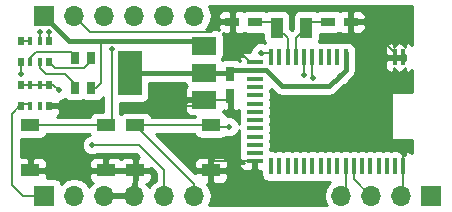
<source format=gtl>
G04 #@! TF.FileFunction,Copper,L1,Top,Signal*
%FSLAX46Y46*%
G04 Gerber Fmt 4.6, Leading zero omitted, Abs format (unit mm)*
G04 Created by KiCad (PCBNEW 4.0.7) date 06/20/18 00:36:37*
%MOMM*%
%LPD*%
G01*
G04 APERTURE LIST*
%ADD10C,0.100000*%
%ADD11R,1.200000X0.750000*%
%ADD12R,0.750000X1.200000*%
%ADD13R,0.800000X1.000000*%
%ADD14R,1.700000X1.700000*%
%ADD15O,1.700000X1.700000*%
%ADD16R,0.500000X0.800000*%
%ADD17R,0.400000X0.800000*%
%ADD18R,1.400000X0.400000*%
%ADD19R,0.400000X1.400000*%
%ADD20R,1.000000X1.800000*%
%ADD21R,1.600000X1.000000*%
%ADD22R,2.000000X3.800000*%
%ADD23R,2.000000X1.500000*%
%ADD24C,0.500000*%
%ADD25C,0.200000*%
%ADD26C,0.400000*%
%ADD27C,0.254000*%
G04 APERTURE END LIST*
D10*
D11*
X95189000Y-53848000D03*
X97089000Y-53848000D03*
X88961000Y-53848000D03*
X87061000Y-53848000D03*
D12*
X86868000Y-60132000D03*
X86868000Y-58232000D03*
D13*
X73722000Y-59416000D03*
X73722000Y-56916000D03*
X75122000Y-56916000D03*
X75122000Y-59416000D03*
D14*
X71120000Y-68580000D03*
D15*
X73660000Y-68580000D03*
X76200000Y-68580000D03*
X78740000Y-68580000D03*
X81280000Y-68580000D03*
X83820000Y-68580000D03*
D14*
X71120000Y-53340000D03*
D15*
X73660000Y-53340000D03*
X76200000Y-53340000D03*
X78740000Y-53340000D03*
X81280000Y-53340000D03*
X83820000Y-53340000D03*
D16*
X71558000Y-59171000D03*
D17*
X69958000Y-59171000D03*
X70758000Y-59171000D03*
D16*
X69158000Y-59171000D03*
D17*
X70758000Y-60971000D03*
D16*
X71558000Y-60971000D03*
D17*
X69958000Y-60971000D03*
D16*
X69158000Y-60971000D03*
X69158000Y-57288000D03*
D17*
X70758000Y-57288000D03*
X69958000Y-57288000D03*
D16*
X71558000Y-57288000D03*
D17*
X69958000Y-55488000D03*
D16*
X69158000Y-55488000D03*
D17*
X70758000Y-55488000D03*
D16*
X71558000Y-55488000D03*
D18*
X88936000Y-58668000D03*
D19*
X101536000Y-56868000D03*
X100836000Y-56868000D03*
X96636000Y-56868000D03*
X95936000Y-56868000D03*
X95236000Y-56868000D03*
X94536000Y-56868000D03*
X93836000Y-56868000D03*
X93136000Y-56868000D03*
X92436000Y-56868000D03*
X91736000Y-56868000D03*
X91036000Y-56868000D03*
X90336000Y-56868000D03*
D18*
X88936000Y-57268000D03*
X88936000Y-57968000D03*
X88936000Y-59368000D03*
X88936000Y-60068000D03*
X88936000Y-60768000D03*
X88936000Y-61468000D03*
X88936000Y-62168000D03*
X88936000Y-62868000D03*
X88936000Y-63568000D03*
X88936000Y-64268000D03*
X88936000Y-64968000D03*
X88936000Y-65668000D03*
D19*
X90336000Y-66068000D03*
X91036000Y-66068000D03*
X91736000Y-66068000D03*
X92436000Y-66068000D03*
X93136000Y-66068000D03*
X93836000Y-66068000D03*
X94536000Y-66068000D03*
X95236000Y-66068000D03*
X95936000Y-66068000D03*
X96636000Y-66068000D03*
X97336000Y-66068000D03*
X98036000Y-66068000D03*
X98736000Y-66068000D03*
X99436000Y-66068000D03*
X100136000Y-66068000D03*
X100836000Y-66068000D03*
X101536000Y-66068000D03*
D20*
X93325000Y-54356000D03*
X90825000Y-54356000D03*
D14*
X103886000Y-68580000D03*
D15*
X101346000Y-68580000D03*
X98806000Y-68580000D03*
X96266000Y-68580000D03*
D21*
X69952000Y-62616000D03*
X76352000Y-62616000D03*
X76352000Y-66416000D03*
X69952000Y-66416000D03*
X78842000Y-62616000D03*
X85242000Y-62616000D03*
X85242000Y-66416000D03*
X78842000Y-66416000D03*
D22*
X78384000Y-58166000D03*
D23*
X84684000Y-58166000D03*
X84684000Y-55866000D03*
X84684000Y-60466000D03*
D24*
X95504000Y-62484000D03*
X99463500Y-55095500D03*
X72898000Y-66416000D03*
X86804500Y-66421000D03*
X82486500Y-60960000D03*
X75755500Y-60960000D03*
X86868000Y-56832500D03*
X86868000Y-61468000D03*
X96139000Y-58420000D03*
X93840000Y-58596000D03*
X75184000Y-64262000D03*
X69151500Y-58229500D03*
X86741000Y-62738000D03*
X89433400Y-56464200D03*
X76835000Y-56134000D03*
X71551800Y-54724300D03*
X70751700Y-54724300D03*
X72370000Y-59636000D03*
X93140000Y-58326000D03*
D25*
X101536000Y-66468000D02*
X101536000Y-65151000D01*
X96266000Y-63246000D02*
X95504000Y-62484000D01*
X99631000Y-63246000D02*
X96266000Y-63246000D01*
X101536000Y-65151000D02*
X99631000Y-63246000D01*
X86804500Y-66421000D02*
X85242000Y-66421000D01*
X85242000Y-66421000D02*
X85242000Y-66416000D01*
X71558000Y-60971000D02*
X75755500Y-60971000D01*
X82486500Y-60960000D02*
X84684000Y-60960000D01*
X75755500Y-60971000D02*
X75755500Y-60960000D01*
X84684000Y-60960000D02*
X84684000Y-60466000D01*
X73660000Y-53340000D02*
X74993500Y-54673500D01*
X86106000Y-53848000D02*
X87061000Y-53848000D01*
X85280500Y-54673500D02*
X86106000Y-53848000D01*
X74993500Y-54673500D02*
X85280500Y-54673500D01*
X86868000Y-60132000D02*
X86868000Y-61468000D01*
X88119250Y-56832500D02*
X88119250Y-56851250D01*
X86868000Y-56832500D02*
X88119250Y-56832500D01*
X88536000Y-57268000D02*
X88119250Y-56851250D01*
X88119250Y-56851250D02*
X87061000Y-55793000D01*
X87061000Y-55793000D02*
X87061000Y-53848000D01*
X78740000Y-68580000D02*
X78740000Y-66416000D01*
X78740000Y-66416000D02*
X78842000Y-66416000D01*
X76352000Y-66416000D02*
X78842000Y-66416000D01*
X101536000Y-66468000D02*
X101536000Y-68834000D01*
X101536000Y-68834000D02*
X101346000Y-68834000D01*
X100836000Y-56468000D02*
X99463500Y-55095500D01*
X99463500Y-55095500D02*
X98216000Y-53848000D01*
X98216000Y-53848000D02*
X97089000Y-53848000D01*
X84430000Y-60466000D02*
X86868000Y-60466000D01*
X86868000Y-60466000D02*
X86868000Y-60132000D01*
X84734000Y-66416000D02*
X85516400Y-65633600D01*
X85516400Y-65633600D02*
X88536000Y-65633600D01*
X88536000Y-65633600D02*
X88536000Y-65668000D01*
X76200000Y-68580000D02*
X78740000Y-68580000D01*
X69444000Y-66416000D02*
X72898000Y-66416000D01*
X72898000Y-66416000D02*
X75844000Y-66416000D01*
X78334000Y-68580000D02*
X78740000Y-68580000D01*
D26*
X84430000Y-58166000D02*
X78130000Y-58166000D01*
X88536000Y-57968000D02*
X89662000Y-57968000D01*
X96647000Y-57912000D02*
X96647000Y-56468000D01*
X95250000Y-59309000D02*
X96139000Y-58420000D01*
X96139000Y-58420000D02*
X96647000Y-57912000D01*
X91257000Y-59309000D02*
X95250000Y-59309000D01*
X89916000Y-57968000D02*
X91257000Y-59309000D01*
X89662000Y-57968000D02*
X89916000Y-57968000D01*
X96647000Y-56468000D02*
X96636000Y-56468000D01*
X88536000Y-57968000D02*
X86868000Y-57968000D01*
X86868000Y-57968000D02*
X86868000Y-58232000D01*
X84430000Y-58166000D02*
X86868000Y-58166000D01*
X86868000Y-58166000D02*
X86868000Y-58232000D01*
D25*
X96636000Y-66468000D02*
X96636000Y-68834000D01*
X96636000Y-68834000D02*
X96266000Y-68834000D01*
X97336000Y-66468000D02*
X97336000Y-67183000D01*
X97336000Y-67183000D02*
X98733000Y-68580000D01*
X98733000Y-68580000D02*
X98806000Y-68580000D01*
X98806000Y-68780000D02*
X98806000Y-68834000D01*
X92436000Y-56468000D02*
X92436000Y-55245000D01*
X92436000Y-55245000D02*
X93325000Y-54356000D01*
X95189000Y-53848000D02*
X93325000Y-53848000D01*
X93325000Y-53848000D02*
X93325000Y-54356000D01*
X91736000Y-56468000D02*
X91736000Y-55245000D01*
X91736000Y-55245000D02*
X90847000Y-54356000D01*
X90847000Y-54356000D02*
X90825000Y-54356000D01*
X88961000Y-53848000D02*
X90825000Y-53848000D01*
X90825000Y-53848000D02*
X90825000Y-54356000D01*
X75946000Y-55435500D02*
X75946000Y-58991500D01*
X75946000Y-58991500D02*
X75521500Y-59416000D01*
X75521500Y-59416000D02*
X75122000Y-59416000D01*
D26*
X71120000Y-53340000D02*
X73215500Y-55435500D01*
X73215500Y-55435500D02*
X75946000Y-55435500D01*
X75946000Y-55435500D02*
X84684000Y-55435500D01*
X84684000Y-55435500D02*
X84684000Y-55866000D01*
D25*
X75376000Y-59498000D02*
X75376000Y-59416000D01*
D26*
X84430000Y-55448200D02*
X84430000Y-55866000D01*
D25*
X69958000Y-57288000D02*
X69958000Y-56896000D01*
X69958000Y-56896000D02*
X70466000Y-56388000D01*
X70466000Y-56388000D02*
X73406000Y-56388000D01*
X73406000Y-56388000D02*
X73934000Y-56916000D01*
X73934000Y-56916000D02*
X73976000Y-56916000D01*
X73976000Y-56964000D02*
X73976000Y-56916000D01*
X71558000Y-57288000D02*
X72055000Y-57785000D01*
X74503000Y-57785000D02*
X75122000Y-57166000D01*
X72055000Y-57785000D02*
X74503000Y-57785000D01*
X75122000Y-57166000D02*
X75122000Y-56916000D01*
X75376000Y-57293000D02*
X75376000Y-56916000D01*
X75376000Y-57293000D02*
X75376000Y-56916000D01*
X69958000Y-60844000D02*
X69158000Y-60844000D01*
X69158000Y-60844000D02*
X68389500Y-61612500D01*
X69342000Y-68580000D02*
X71120000Y-68580000D01*
X68389500Y-67627500D02*
X69342000Y-68580000D01*
X68389500Y-61612500D02*
X68389500Y-67627500D01*
X93836000Y-58596000D02*
X93840000Y-58596000D01*
X93836000Y-56468000D02*
X93836000Y-58596000D01*
X69158000Y-57288000D02*
X69158000Y-58229500D01*
X81280000Y-66357500D02*
X81280000Y-68580000D01*
X79184500Y-64262000D02*
X81280000Y-66357500D01*
X75184000Y-64262000D02*
X79184500Y-64262000D01*
X69158000Y-58229500D02*
X69151500Y-58229500D01*
X90336000Y-56468000D02*
X89433400Y-56468000D01*
X86741000Y-62738000D02*
X85242000Y-62738000D01*
D26*
X89433400Y-56468000D02*
X89433400Y-56464200D01*
X85242000Y-62738000D02*
X85242000Y-62616000D01*
D25*
X78842000Y-62616000D02*
X83820000Y-67594000D01*
X83820000Y-67594000D02*
X83820000Y-68580000D01*
X78334000Y-62616000D02*
X84734000Y-62616000D01*
X76835000Y-56134000D02*
X76835000Y-62616000D01*
X76835000Y-62616000D02*
X76352000Y-62616000D01*
X76708000Y-62616000D02*
X76352000Y-62616000D01*
X69444000Y-62616000D02*
X75844000Y-62616000D01*
X71558000Y-55488000D02*
X71558000Y-54724300D01*
X71558000Y-54724300D02*
X71551800Y-54724300D01*
X70758000Y-55488000D02*
X70758000Y-54724300D01*
X70758000Y-54724300D02*
X70751700Y-54724300D01*
X69158000Y-59171000D02*
X69958000Y-59171000D01*
X69958000Y-59171000D02*
X70758000Y-59171000D01*
X70758000Y-59171000D02*
X71558000Y-59171000D01*
X93136000Y-56468000D02*
X93136000Y-58326000D01*
X71905000Y-59171000D02*
X71558000Y-59171000D01*
X72370000Y-59636000D02*
X71905000Y-59171000D01*
X93136000Y-58326000D02*
X93140000Y-58326000D01*
X70758000Y-57288000D02*
X70758000Y-57785000D01*
X72917000Y-58293000D02*
X73976000Y-59352000D01*
X71266000Y-58293000D02*
X72917000Y-58293000D01*
X70758000Y-57785000D02*
X71266000Y-58293000D01*
X73976000Y-59352000D02*
X73976000Y-59416000D01*
X69158000Y-55488000D02*
X69958000Y-55488000D01*
D27*
G36*
X87588560Y-63068000D02*
X87617821Y-63223507D01*
X87588560Y-63368000D01*
X87588560Y-63768000D01*
X87617821Y-63923507D01*
X87588560Y-64068000D01*
X87588560Y-64468000D01*
X87617821Y-64623507D01*
X87588560Y-64768000D01*
X87588560Y-65168000D01*
X87614919Y-65308086D01*
X87601000Y-65341690D01*
X87601000Y-65409250D01*
X87701011Y-65509261D01*
X87771910Y-65619441D01*
X87984110Y-65764431D01*
X88001734Y-65768000D01*
X87759750Y-65768000D01*
X87601000Y-65926750D01*
X87601000Y-65994310D01*
X87697673Y-66227699D01*
X87876302Y-66406327D01*
X88109691Y-66503000D01*
X88650250Y-66503000D01*
X88809000Y-66344250D01*
X88809000Y-65815440D01*
X89063000Y-65815440D01*
X89063000Y-66344250D01*
X89221750Y-66503000D01*
X89488560Y-66503000D01*
X89488560Y-66768000D01*
X89532838Y-67003317D01*
X89671910Y-67219441D01*
X89884110Y-67364431D01*
X90136000Y-67415440D01*
X90536000Y-67415440D01*
X90691507Y-67386179D01*
X90836000Y-67415440D01*
X91236000Y-67415440D01*
X91391507Y-67386179D01*
X91536000Y-67415440D01*
X91936000Y-67415440D01*
X92091507Y-67386179D01*
X92236000Y-67415440D01*
X92636000Y-67415440D01*
X92791507Y-67386179D01*
X92936000Y-67415440D01*
X93336000Y-67415440D01*
X93491507Y-67386179D01*
X93636000Y-67415440D01*
X94036000Y-67415440D01*
X94191507Y-67386179D01*
X94336000Y-67415440D01*
X94736000Y-67415440D01*
X94891507Y-67386179D01*
X95036000Y-67415440D01*
X95343776Y-67415440D01*
X95215946Y-67500853D01*
X94894039Y-67982622D01*
X94781000Y-68550907D01*
X94781000Y-68609093D01*
X94894039Y-69177378D01*
X95038781Y-69394000D01*
X85047219Y-69394000D01*
X85191961Y-69177378D01*
X85305000Y-68609093D01*
X85305000Y-68550907D01*
X85191961Y-67982622D01*
X84903561Y-67551000D01*
X84956250Y-67551000D01*
X85115000Y-67392250D01*
X85115000Y-66543000D01*
X85369000Y-66543000D01*
X85369000Y-67392250D01*
X85527750Y-67551000D01*
X86168309Y-67551000D01*
X86401698Y-67454327D01*
X86580327Y-67275699D01*
X86677000Y-67042310D01*
X86677000Y-66701750D01*
X86518250Y-66543000D01*
X85369000Y-66543000D01*
X85115000Y-66543000D01*
X83965750Y-66543000D01*
X83887098Y-66621652D01*
X83055136Y-65789690D01*
X83807000Y-65789690D01*
X83807000Y-66130250D01*
X83965750Y-66289000D01*
X85115000Y-66289000D01*
X85115000Y-65439750D01*
X85369000Y-65439750D01*
X85369000Y-66289000D01*
X86518250Y-66289000D01*
X86677000Y-66130250D01*
X86677000Y-65789690D01*
X86580327Y-65556301D01*
X86401698Y-65377673D01*
X86168309Y-65281000D01*
X85527750Y-65281000D01*
X85369000Y-65439750D01*
X85115000Y-65439750D01*
X84956250Y-65281000D01*
X84315691Y-65281000D01*
X84082302Y-65377673D01*
X83903673Y-65556301D01*
X83807000Y-65789690D01*
X83055136Y-65789690D01*
X80616446Y-63351000D01*
X83838778Y-63351000D01*
X83838838Y-63351317D01*
X83977910Y-63567441D01*
X84190110Y-63712431D01*
X84442000Y-63763440D01*
X86042000Y-63763440D01*
X86277317Y-63719162D01*
X86480805Y-63588221D01*
X86564190Y-63622846D01*
X86916265Y-63623153D01*
X87241657Y-63488704D01*
X87490829Y-63239967D01*
X87588560Y-63004605D01*
X87588560Y-63068000D01*
X87588560Y-63068000D01*
G37*
X87588560Y-63068000D02*
X87617821Y-63223507D01*
X87588560Y-63368000D01*
X87588560Y-63768000D01*
X87617821Y-63923507D01*
X87588560Y-64068000D01*
X87588560Y-64468000D01*
X87617821Y-64623507D01*
X87588560Y-64768000D01*
X87588560Y-65168000D01*
X87614919Y-65308086D01*
X87601000Y-65341690D01*
X87601000Y-65409250D01*
X87701011Y-65509261D01*
X87771910Y-65619441D01*
X87984110Y-65764431D01*
X88001734Y-65768000D01*
X87759750Y-65768000D01*
X87601000Y-65926750D01*
X87601000Y-65994310D01*
X87697673Y-66227699D01*
X87876302Y-66406327D01*
X88109691Y-66503000D01*
X88650250Y-66503000D01*
X88809000Y-66344250D01*
X88809000Y-65815440D01*
X89063000Y-65815440D01*
X89063000Y-66344250D01*
X89221750Y-66503000D01*
X89488560Y-66503000D01*
X89488560Y-66768000D01*
X89532838Y-67003317D01*
X89671910Y-67219441D01*
X89884110Y-67364431D01*
X90136000Y-67415440D01*
X90536000Y-67415440D01*
X90691507Y-67386179D01*
X90836000Y-67415440D01*
X91236000Y-67415440D01*
X91391507Y-67386179D01*
X91536000Y-67415440D01*
X91936000Y-67415440D01*
X92091507Y-67386179D01*
X92236000Y-67415440D01*
X92636000Y-67415440D01*
X92791507Y-67386179D01*
X92936000Y-67415440D01*
X93336000Y-67415440D01*
X93491507Y-67386179D01*
X93636000Y-67415440D01*
X94036000Y-67415440D01*
X94191507Y-67386179D01*
X94336000Y-67415440D01*
X94736000Y-67415440D01*
X94891507Y-67386179D01*
X95036000Y-67415440D01*
X95343776Y-67415440D01*
X95215946Y-67500853D01*
X94894039Y-67982622D01*
X94781000Y-68550907D01*
X94781000Y-68609093D01*
X94894039Y-69177378D01*
X95038781Y-69394000D01*
X85047219Y-69394000D01*
X85191961Y-69177378D01*
X85305000Y-68609093D01*
X85305000Y-68550907D01*
X85191961Y-67982622D01*
X84903561Y-67551000D01*
X84956250Y-67551000D01*
X85115000Y-67392250D01*
X85115000Y-66543000D01*
X85369000Y-66543000D01*
X85369000Y-67392250D01*
X85527750Y-67551000D01*
X86168309Y-67551000D01*
X86401698Y-67454327D01*
X86580327Y-67275699D01*
X86677000Y-67042310D01*
X86677000Y-66701750D01*
X86518250Y-66543000D01*
X85369000Y-66543000D01*
X85115000Y-66543000D01*
X83965750Y-66543000D01*
X83887098Y-66621652D01*
X83055136Y-65789690D01*
X83807000Y-65789690D01*
X83807000Y-66130250D01*
X83965750Y-66289000D01*
X85115000Y-66289000D01*
X85115000Y-65439750D01*
X85369000Y-65439750D01*
X85369000Y-66289000D01*
X86518250Y-66289000D01*
X86677000Y-66130250D01*
X86677000Y-65789690D01*
X86580327Y-65556301D01*
X86401698Y-65377673D01*
X86168309Y-65281000D01*
X85527750Y-65281000D01*
X85369000Y-65439750D01*
X85115000Y-65439750D01*
X84956250Y-65281000D01*
X84315691Y-65281000D01*
X84082302Y-65377673D01*
X83903673Y-65556301D01*
X83807000Y-65789690D01*
X83055136Y-65789690D01*
X80616446Y-63351000D01*
X83838778Y-63351000D01*
X83838838Y-63351317D01*
X83977910Y-63567441D01*
X84190110Y-63712431D01*
X84442000Y-63763440D01*
X86042000Y-63763440D01*
X86277317Y-63719162D01*
X86480805Y-63588221D01*
X86564190Y-63622846D01*
X86916265Y-63623153D01*
X87241657Y-63488704D01*
X87490829Y-63239967D01*
X87588560Y-63004605D01*
X87588560Y-63068000D01*
G36*
X74948838Y-63351317D02*
X74974396Y-63391035D01*
X74683343Y-63511296D01*
X74434171Y-63760033D01*
X74299154Y-64085190D01*
X74298847Y-64437265D01*
X74433296Y-64762657D01*
X74682033Y-65011829D01*
X75007190Y-65146846D01*
X75359265Y-65147153D01*
X75684657Y-65012704D01*
X75700388Y-64997000D01*
X78880054Y-64997000D01*
X79164054Y-65281000D01*
X79127750Y-65281000D01*
X78969000Y-65439750D01*
X78969000Y-66289000D01*
X80118250Y-66289000D01*
X80145152Y-66262098D01*
X80545000Y-66661947D01*
X80545000Y-67290341D01*
X80229946Y-67500853D01*
X80002298Y-67841553D01*
X79935183Y-67698642D01*
X79771656Y-67549614D01*
X80001698Y-67454327D01*
X80180327Y-67275699D01*
X80277000Y-67042310D01*
X80277000Y-66701750D01*
X80118250Y-66543000D01*
X78969000Y-66543000D01*
X78969000Y-67206016D01*
X78867000Y-67259845D01*
X78867000Y-68453000D01*
X78887000Y-68453000D01*
X78887000Y-68707000D01*
X78867000Y-68707000D01*
X78867000Y-68727000D01*
X78613000Y-68727000D01*
X78613000Y-68707000D01*
X76327000Y-68707000D01*
X76327000Y-68727000D01*
X76073000Y-68727000D01*
X76073000Y-68707000D01*
X76053000Y-68707000D01*
X76053000Y-68453000D01*
X76073000Y-68453000D01*
X76073000Y-68433000D01*
X76327000Y-68433000D01*
X76327000Y-68453000D01*
X78613000Y-68453000D01*
X78613000Y-67494250D01*
X78715000Y-67392250D01*
X78715000Y-66543000D01*
X76479000Y-66543000D01*
X76479000Y-66563000D01*
X76225000Y-66563000D01*
X76225000Y-66543000D01*
X75075750Y-66543000D01*
X74917000Y-66701750D01*
X74917000Y-67042310D01*
X75013673Y-67275699D01*
X75192302Y-67454327D01*
X75247716Y-67477280D01*
X75004817Y-67698642D01*
X74937702Y-67841553D01*
X74710054Y-67500853D01*
X74228285Y-67178946D01*
X73660000Y-67065907D01*
X73091715Y-67178946D01*
X72609946Y-67500853D01*
X72582150Y-67542452D01*
X72573162Y-67494683D01*
X72434090Y-67278559D01*
X72221890Y-67133569D01*
X71970000Y-67082560D01*
X71370328Y-67082560D01*
X71387000Y-67042310D01*
X71387000Y-66701750D01*
X71228250Y-66543000D01*
X70079000Y-66543000D01*
X70079000Y-66563000D01*
X69825000Y-66563000D01*
X69825000Y-66543000D01*
X69805000Y-66543000D01*
X69805000Y-66289000D01*
X69825000Y-66289000D01*
X69825000Y-65439750D01*
X70079000Y-65439750D01*
X70079000Y-66289000D01*
X71228250Y-66289000D01*
X71387000Y-66130250D01*
X71387000Y-65789690D01*
X74917000Y-65789690D01*
X74917000Y-66130250D01*
X75075750Y-66289000D01*
X76225000Y-66289000D01*
X76225000Y-65439750D01*
X76479000Y-65439750D01*
X76479000Y-66289000D01*
X78715000Y-66289000D01*
X78715000Y-65439750D01*
X78556250Y-65281000D01*
X77915691Y-65281000D01*
X77682302Y-65377673D01*
X77597000Y-65462975D01*
X77511698Y-65377673D01*
X77278309Y-65281000D01*
X76637750Y-65281000D01*
X76479000Y-65439750D01*
X76225000Y-65439750D01*
X76066250Y-65281000D01*
X75425691Y-65281000D01*
X75192302Y-65377673D01*
X75013673Y-65556301D01*
X74917000Y-65789690D01*
X71387000Y-65789690D01*
X71290327Y-65556301D01*
X71111698Y-65377673D01*
X70878309Y-65281000D01*
X70237750Y-65281000D01*
X70079000Y-65439750D01*
X69825000Y-65439750D01*
X69666250Y-65281000D01*
X69124500Y-65281000D01*
X69124500Y-63757871D01*
X69152000Y-63763440D01*
X70752000Y-63763440D01*
X70987317Y-63719162D01*
X71203441Y-63580090D01*
X71348431Y-63367890D01*
X71351851Y-63351000D01*
X74948778Y-63351000D01*
X74948838Y-63351317D01*
X74948838Y-63351317D01*
G37*
X74948838Y-63351317D02*
X74974396Y-63391035D01*
X74683343Y-63511296D01*
X74434171Y-63760033D01*
X74299154Y-64085190D01*
X74298847Y-64437265D01*
X74433296Y-64762657D01*
X74682033Y-65011829D01*
X75007190Y-65146846D01*
X75359265Y-65147153D01*
X75684657Y-65012704D01*
X75700388Y-64997000D01*
X78880054Y-64997000D01*
X79164054Y-65281000D01*
X79127750Y-65281000D01*
X78969000Y-65439750D01*
X78969000Y-66289000D01*
X80118250Y-66289000D01*
X80145152Y-66262098D01*
X80545000Y-66661947D01*
X80545000Y-67290341D01*
X80229946Y-67500853D01*
X80002298Y-67841553D01*
X79935183Y-67698642D01*
X79771656Y-67549614D01*
X80001698Y-67454327D01*
X80180327Y-67275699D01*
X80277000Y-67042310D01*
X80277000Y-66701750D01*
X80118250Y-66543000D01*
X78969000Y-66543000D01*
X78969000Y-67206016D01*
X78867000Y-67259845D01*
X78867000Y-68453000D01*
X78887000Y-68453000D01*
X78887000Y-68707000D01*
X78867000Y-68707000D01*
X78867000Y-68727000D01*
X78613000Y-68727000D01*
X78613000Y-68707000D01*
X76327000Y-68707000D01*
X76327000Y-68727000D01*
X76073000Y-68727000D01*
X76073000Y-68707000D01*
X76053000Y-68707000D01*
X76053000Y-68453000D01*
X76073000Y-68453000D01*
X76073000Y-68433000D01*
X76327000Y-68433000D01*
X76327000Y-68453000D01*
X78613000Y-68453000D01*
X78613000Y-67494250D01*
X78715000Y-67392250D01*
X78715000Y-66543000D01*
X76479000Y-66543000D01*
X76479000Y-66563000D01*
X76225000Y-66563000D01*
X76225000Y-66543000D01*
X75075750Y-66543000D01*
X74917000Y-66701750D01*
X74917000Y-67042310D01*
X75013673Y-67275699D01*
X75192302Y-67454327D01*
X75247716Y-67477280D01*
X75004817Y-67698642D01*
X74937702Y-67841553D01*
X74710054Y-67500853D01*
X74228285Y-67178946D01*
X73660000Y-67065907D01*
X73091715Y-67178946D01*
X72609946Y-67500853D01*
X72582150Y-67542452D01*
X72573162Y-67494683D01*
X72434090Y-67278559D01*
X72221890Y-67133569D01*
X71970000Y-67082560D01*
X71370328Y-67082560D01*
X71387000Y-67042310D01*
X71387000Y-66701750D01*
X71228250Y-66543000D01*
X70079000Y-66543000D01*
X70079000Y-66563000D01*
X69825000Y-66563000D01*
X69825000Y-66543000D01*
X69805000Y-66543000D01*
X69805000Y-66289000D01*
X69825000Y-66289000D01*
X69825000Y-65439750D01*
X70079000Y-65439750D01*
X70079000Y-66289000D01*
X71228250Y-66289000D01*
X71387000Y-66130250D01*
X71387000Y-65789690D01*
X74917000Y-65789690D01*
X74917000Y-66130250D01*
X75075750Y-66289000D01*
X76225000Y-66289000D01*
X76225000Y-65439750D01*
X76479000Y-65439750D01*
X76479000Y-66289000D01*
X78715000Y-66289000D01*
X78715000Y-65439750D01*
X78556250Y-65281000D01*
X77915691Y-65281000D01*
X77682302Y-65377673D01*
X77597000Y-65462975D01*
X77511698Y-65377673D01*
X77278309Y-65281000D01*
X76637750Y-65281000D01*
X76479000Y-65439750D01*
X76225000Y-65439750D01*
X76066250Y-65281000D01*
X75425691Y-65281000D01*
X75192302Y-65377673D01*
X75013673Y-65556301D01*
X74917000Y-65789690D01*
X71387000Y-65789690D01*
X71290327Y-65556301D01*
X71111698Y-65377673D01*
X70878309Y-65281000D01*
X70237750Y-65281000D01*
X70079000Y-65439750D01*
X69825000Y-65439750D01*
X69666250Y-65281000D01*
X69124500Y-65281000D01*
X69124500Y-63757871D01*
X69152000Y-63763440D01*
X70752000Y-63763440D01*
X70987317Y-63719162D01*
X71203441Y-63580090D01*
X71348431Y-63367890D01*
X71351851Y-63351000D01*
X74948778Y-63351000D01*
X74948838Y-63351317D01*
G36*
X101473000Y-68453000D02*
X101493000Y-68453000D01*
X101493000Y-68707000D01*
X101473000Y-68707000D01*
X101473000Y-68727000D01*
X101219000Y-68727000D01*
X101219000Y-68707000D01*
X101199000Y-68707000D01*
X101199000Y-68453000D01*
X101219000Y-68453000D01*
X101219000Y-68433000D01*
X101473000Y-68433000D01*
X101473000Y-68453000D01*
X101473000Y-68453000D01*
G37*
X101473000Y-68453000D02*
X101493000Y-68453000D01*
X101493000Y-68707000D01*
X101473000Y-68707000D01*
X101473000Y-68727000D01*
X101219000Y-68727000D01*
X101219000Y-68707000D01*
X101199000Y-68707000D01*
X101199000Y-68453000D01*
X101219000Y-68453000D01*
X101219000Y-68433000D01*
X101473000Y-68433000D01*
X101473000Y-68453000D01*
G36*
X102235000Y-55768975D02*
X102095699Y-55629673D01*
X101862310Y-55533000D01*
X101794750Y-55533000D01*
X101636000Y-55691750D01*
X101636000Y-55957194D01*
X101574327Y-55808302D01*
X101395699Y-55629673D01*
X101358525Y-55614275D01*
X101277250Y-55533000D01*
X101209690Y-55533000D01*
X101186000Y-55542813D01*
X101162310Y-55533000D01*
X101094750Y-55533000D01*
X101013475Y-55614275D01*
X100976301Y-55629673D01*
X100797673Y-55808302D01*
X100736000Y-55957194D01*
X100736000Y-55691750D01*
X100577250Y-55533000D01*
X100509690Y-55533000D01*
X100276301Y-55629673D01*
X100097673Y-55808302D01*
X100001000Y-56041691D01*
X100001000Y-56582250D01*
X100159750Y-56741000D01*
X100736000Y-56741000D01*
X100736000Y-56617250D01*
X100859750Y-56741000D01*
X101512250Y-56741000D01*
X101636000Y-56617250D01*
X101636000Y-56741000D01*
X101683000Y-56741000D01*
X101683000Y-56995000D01*
X101636000Y-56995000D01*
X101636000Y-57118750D01*
X101512250Y-56995000D01*
X100859750Y-56995000D01*
X100736000Y-57118750D01*
X100736000Y-56995000D01*
X100159750Y-56995000D01*
X100001000Y-57153750D01*
X100001000Y-57694309D01*
X100097673Y-57927698D01*
X100276301Y-58106327D01*
X100509690Y-58203000D01*
X100577250Y-58203000D01*
X100736000Y-58044250D01*
X100736000Y-57778806D01*
X100797673Y-57927698D01*
X100976301Y-58106327D01*
X101013475Y-58121725D01*
X101094750Y-58203000D01*
X101162310Y-58203000D01*
X101186000Y-58193187D01*
X101209690Y-58203000D01*
X101277250Y-58203000D01*
X101358525Y-58121725D01*
X101395699Y-58106327D01*
X101574327Y-57927698D01*
X101636000Y-57778806D01*
X101636000Y-58044250D01*
X101794750Y-58203000D01*
X101862310Y-58203000D01*
X102095699Y-58106327D01*
X102235000Y-57967025D01*
X102235000Y-59817000D01*
X100584000Y-59817000D01*
X100534590Y-59827006D01*
X100492965Y-59855447D01*
X100465685Y-59897841D01*
X100457000Y-59944000D01*
X100457000Y-63754000D01*
X100467006Y-63803410D01*
X100495447Y-63845035D01*
X100537841Y-63872315D01*
X100584000Y-63881000D01*
X102235000Y-63881000D01*
X102235000Y-64968975D01*
X102095699Y-64829673D01*
X101862310Y-64733000D01*
X101794750Y-64733000D01*
X101636000Y-64891750D01*
X101636000Y-65127769D01*
X101500090Y-64916559D01*
X101376069Y-64831819D01*
X101277250Y-64733000D01*
X101209690Y-64733000D01*
X101172829Y-64748268D01*
X101036000Y-64720560D01*
X100636000Y-64720560D01*
X100480493Y-64749821D01*
X100336000Y-64720560D01*
X99936000Y-64720560D01*
X99780493Y-64749821D01*
X99636000Y-64720560D01*
X99236000Y-64720560D01*
X99080493Y-64749821D01*
X98936000Y-64720560D01*
X98536000Y-64720560D01*
X98380493Y-64749821D01*
X98236000Y-64720560D01*
X97836000Y-64720560D01*
X97680493Y-64749821D01*
X97536000Y-64720560D01*
X97136000Y-64720560D01*
X96980493Y-64749821D01*
X96836000Y-64720560D01*
X96436000Y-64720560D01*
X96280493Y-64749821D01*
X96136000Y-64720560D01*
X95736000Y-64720560D01*
X95580493Y-64749821D01*
X95436000Y-64720560D01*
X95036000Y-64720560D01*
X94880493Y-64749821D01*
X94736000Y-64720560D01*
X94336000Y-64720560D01*
X94180493Y-64749821D01*
X94036000Y-64720560D01*
X93636000Y-64720560D01*
X93480493Y-64749821D01*
X93336000Y-64720560D01*
X92936000Y-64720560D01*
X92780493Y-64749821D01*
X92636000Y-64720560D01*
X92236000Y-64720560D01*
X92080493Y-64749821D01*
X91936000Y-64720560D01*
X91536000Y-64720560D01*
X91380493Y-64749821D01*
X91236000Y-64720560D01*
X90836000Y-64720560D01*
X90680493Y-64749821D01*
X90536000Y-64720560D01*
X90274514Y-64720560D01*
X90254179Y-64612493D01*
X90283440Y-64468000D01*
X90283440Y-64068000D01*
X90254179Y-63912493D01*
X90283440Y-63768000D01*
X90283440Y-63368000D01*
X90254179Y-63212493D01*
X90283440Y-63068000D01*
X90283440Y-62668000D01*
X90254179Y-62512493D01*
X90283440Y-62368000D01*
X90283440Y-61968000D01*
X90254179Y-61812493D01*
X90283440Y-61668000D01*
X90283440Y-61268000D01*
X90254179Y-61112493D01*
X90283440Y-60968000D01*
X90283440Y-60568000D01*
X90254179Y-60412493D01*
X90283440Y-60268000D01*
X90283440Y-59868000D01*
X90254179Y-59712493D01*
X90283440Y-59568000D01*
X90283440Y-59516308D01*
X90666566Y-59899434D01*
X90937459Y-60080439D01*
X91257000Y-60144000D01*
X95250000Y-60144000D01*
X95569541Y-60080439D01*
X95840434Y-59899434D01*
X96519528Y-59220340D01*
X96639657Y-59170704D01*
X96888829Y-58921967D01*
X96939194Y-58800674D01*
X97237434Y-58502435D01*
X97355323Y-58326000D01*
X97418439Y-58231541D01*
X97482000Y-57912000D01*
X97482000Y-57575111D01*
X97483440Y-57568000D01*
X97483440Y-56168000D01*
X97439162Y-55932683D01*
X97300090Y-55716559D01*
X97087890Y-55571569D01*
X96836000Y-55520560D01*
X96436000Y-55520560D01*
X96280493Y-55549821D01*
X96136000Y-55520560D01*
X95736000Y-55520560D01*
X95580493Y-55549821D01*
X95436000Y-55520560D01*
X95036000Y-55520560D01*
X94880493Y-55549821D01*
X94736000Y-55520560D01*
X94412774Y-55520560D01*
X94421431Y-55507890D01*
X94472440Y-55256000D01*
X94472440Y-54846836D01*
X94589000Y-54870440D01*
X95789000Y-54870440D01*
X96024317Y-54826162D01*
X96127646Y-54759671D01*
X96129302Y-54761327D01*
X96362691Y-54858000D01*
X96803250Y-54858000D01*
X96962000Y-54699250D01*
X96962000Y-53975000D01*
X97216000Y-53975000D01*
X97216000Y-54699250D01*
X97374750Y-54858000D01*
X97815309Y-54858000D01*
X98048698Y-54761327D01*
X98227327Y-54582699D01*
X98324000Y-54349310D01*
X98324000Y-54133750D01*
X98165250Y-53975000D01*
X97216000Y-53975000D01*
X96962000Y-53975000D01*
X96942000Y-53975000D01*
X96942000Y-53721000D01*
X96962000Y-53721000D01*
X96962000Y-52996750D01*
X97216000Y-52996750D01*
X97216000Y-53721000D01*
X98165250Y-53721000D01*
X98324000Y-53562250D01*
X98324000Y-53346690D01*
X98227327Y-53113301D01*
X98048698Y-52934673D01*
X97815309Y-52838000D01*
X97374750Y-52838000D01*
X97216000Y-52996750D01*
X96962000Y-52996750D01*
X96803250Y-52838000D01*
X96362691Y-52838000D01*
X96129302Y-52934673D01*
X96127932Y-52936043D01*
X96040890Y-52876569D01*
X95789000Y-52825560D01*
X94589000Y-52825560D01*
X94353683Y-52869838D01*
X94218876Y-52956584D01*
X94076890Y-52859569D01*
X93825000Y-52808560D01*
X92825000Y-52808560D01*
X92589683Y-52852838D01*
X92373559Y-52991910D01*
X92228569Y-53204110D01*
X92177560Y-53456000D01*
X92177560Y-54463994D01*
X92086000Y-54555554D01*
X91972440Y-54441993D01*
X91972440Y-53456000D01*
X91928162Y-53220683D01*
X91789090Y-53004559D01*
X91576890Y-52859569D01*
X91325000Y-52808560D01*
X90325000Y-52808560D01*
X90089683Y-52852838D01*
X89929250Y-52956074D01*
X89812890Y-52876569D01*
X89561000Y-52825560D01*
X88361000Y-52825560D01*
X88125683Y-52869838D01*
X88022354Y-52936329D01*
X88020698Y-52934673D01*
X87787309Y-52838000D01*
X87346750Y-52838000D01*
X87188000Y-52996750D01*
X87188000Y-53721000D01*
X87208000Y-53721000D01*
X87208000Y-53975000D01*
X87188000Y-53975000D01*
X87188000Y-54699250D01*
X87346750Y-54858000D01*
X87787309Y-54858000D01*
X88020698Y-54761327D01*
X88022068Y-54759957D01*
X88109110Y-54819431D01*
X88361000Y-54870440D01*
X89561000Y-54870440D01*
X89677560Y-54848508D01*
X89677560Y-55256000D01*
X89721838Y-55491317D01*
X89807664Y-55624694D01*
X89773047Y-55646970D01*
X89610210Y-55579354D01*
X89258135Y-55579047D01*
X88932743Y-55713496D01*
X88683571Y-55962233D01*
X88548554Y-56287390D01*
X88548427Y-56433000D01*
X88109691Y-56433000D01*
X87876302Y-56529673D01*
X87697673Y-56708301D01*
X87601000Y-56941690D01*
X87601000Y-57009250D01*
X87724750Y-57133000D01*
X87637485Y-57133000D01*
X87494890Y-57035569D01*
X87243000Y-56984560D01*
X86493000Y-56984560D01*
X86257683Y-57028838D01*
X86209432Y-57059887D01*
X86180241Y-57014523D01*
X86280431Y-56867890D01*
X86331440Y-56616000D01*
X86331440Y-55116000D01*
X86287162Y-54880683D01*
X86249990Y-54822916D01*
X86334691Y-54858000D01*
X86775250Y-54858000D01*
X86934000Y-54699250D01*
X86934000Y-53975000D01*
X85984750Y-53975000D01*
X85826000Y-54133750D01*
X85826000Y-54349310D01*
X85892919Y-54510867D01*
X85684000Y-54468560D01*
X84796102Y-54468560D01*
X84870054Y-54419147D01*
X85191961Y-53937378D01*
X85305000Y-53369093D01*
X85305000Y-53346690D01*
X85826000Y-53346690D01*
X85826000Y-53562250D01*
X85984750Y-53721000D01*
X86934000Y-53721000D01*
X86934000Y-52996750D01*
X86775250Y-52838000D01*
X86334691Y-52838000D01*
X86101302Y-52934673D01*
X85922673Y-53113301D01*
X85826000Y-53346690D01*
X85305000Y-53346690D01*
X85305000Y-53310907D01*
X85191961Y-52742622D01*
X85047219Y-52526000D01*
X102235000Y-52526000D01*
X102235000Y-55768975D01*
X102235000Y-55768975D01*
G37*
X102235000Y-55768975D02*
X102095699Y-55629673D01*
X101862310Y-55533000D01*
X101794750Y-55533000D01*
X101636000Y-55691750D01*
X101636000Y-55957194D01*
X101574327Y-55808302D01*
X101395699Y-55629673D01*
X101358525Y-55614275D01*
X101277250Y-55533000D01*
X101209690Y-55533000D01*
X101186000Y-55542813D01*
X101162310Y-55533000D01*
X101094750Y-55533000D01*
X101013475Y-55614275D01*
X100976301Y-55629673D01*
X100797673Y-55808302D01*
X100736000Y-55957194D01*
X100736000Y-55691750D01*
X100577250Y-55533000D01*
X100509690Y-55533000D01*
X100276301Y-55629673D01*
X100097673Y-55808302D01*
X100001000Y-56041691D01*
X100001000Y-56582250D01*
X100159750Y-56741000D01*
X100736000Y-56741000D01*
X100736000Y-56617250D01*
X100859750Y-56741000D01*
X101512250Y-56741000D01*
X101636000Y-56617250D01*
X101636000Y-56741000D01*
X101683000Y-56741000D01*
X101683000Y-56995000D01*
X101636000Y-56995000D01*
X101636000Y-57118750D01*
X101512250Y-56995000D01*
X100859750Y-56995000D01*
X100736000Y-57118750D01*
X100736000Y-56995000D01*
X100159750Y-56995000D01*
X100001000Y-57153750D01*
X100001000Y-57694309D01*
X100097673Y-57927698D01*
X100276301Y-58106327D01*
X100509690Y-58203000D01*
X100577250Y-58203000D01*
X100736000Y-58044250D01*
X100736000Y-57778806D01*
X100797673Y-57927698D01*
X100976301Y-58106327D01*
X101013475Y-58121725D01*
X101094750Y-58203000D01*
X101162310Y-58203000D01*
X101186000Y-58193187D01*
X101209690Y-58203000D01*
X101277250Y-58203000D01*
X101358525Y-58121725D01*
X101395699Y-58106327D01*
X101574327Y-57927698D01*
X101636000Y-57778806D01*
X101636000Y-58044250D01*
X101794750Y-58203000D01*
X101862310Y-58203000D01*
X102095699Y-58106327D01*
X102235000Y-57967025D01*
X102235000Y-59817000D01*
X100584000Y-59817000D01*
X100534590Y-59827006D01*
X100492965Y-59855447D01*
X100465685Y-59897841D01*
X100457000Y-59944000D01*
X100457000Y-63754000D01*
X100467006Y-63803410D01*
X100495447Y-63845035D01*
X100537841Y-63872315D01*
X100584000Y-63881000D01*
X102235000Y-63881000D01*
X102235000Y-64968975D01*
X102095699Y-64829673D01*
X101862310Y-64733000D01*
X101794750Y-64733000D01*
X101636000Y-64891750D01*
X101636000Y-65127769D01*
X101500090Y-64916559D01*
X101376069Y-64831819D01*
X101277250Y-64733000D01*
X101209690Y-64733000D01*
X101172829Y-64748268D01*
X101036000Y-64720560D01*
X100636000Y-64720560D01*
X100480493Y-64749821D01*
X100336000Y-64720560D01*
X99936000Y-64720560D01*
X99780493Y-64749821D01*
X99636000Y-64720560D01*
X99236000Y-64720560D01*
X99080493Y-64749821D01*
X98936000Y-64720560D01*
X98536000Y-64720560D01*
X98380493Y-64749821D01*
X98236000Y-64720560D01*
X97836000Y-64720560D01*
X97680493Y-64749821D01*
X97536000Y-64720560D01*
X97136000Y-64720560D01*
X96980493Y-64749821D01*
X96836000Y-64720560D01*
X96436000Y-64720560D01*
X96280493Y-64749821D01*
X96136000Y-64720560D01*
X95736000Y-64720560D01*
X95580493Y-64749821D01*
X95436000Y-64720560D01*
X95036000Y-64720560D01*
X94880493Y-64749821D01*
X94736000Y-64720560D01*
X94336000Y-64720560D01*
X94180493Y-64749821D01*
X94036000Y-64720560D01*
X93636000Y-64720560D01*
X93480493Y-64749821D01*
X93336000Y-64720560D01*
X92936000Y-64720560D01*
X92780493Y-64749821D01*
X92636000Y-64720560D01*
X92236000Y-64720560D01*
X92080493Y-64749821D01*
X91936000Y-64720560D01*
X91536000Y-64720560D01*
X91380493Y-64749821D01*
X91236000Y-64720560D01*
X90836000Y-64720560D01*
X90680493Y-64749821D01*
X90536000Y-64720560D01*
X90274514Y-64720560D01*
X90254179Y-64612493D01*
X90283440Y-64468000D01*
X90283440Y-64068000D01*
X90254179Y-63912493D01*
X90283440Y-63768000D01*
X90283440Y-63368000D01*
X90254179Y-63212493D01*
X90283440Y-63068000D01*
X90283440Y-62668000D01*
X90254179Y-62512493D01*
X90283440Y-62368000D01*
X90283440Y-61968000D01*
X90254179Y-61812493D01*
X90283440Y-61668000D01*
X90283440Y-61268000D01*
X90254179Y-61112493D01*
X90283440Y-60968000D01*
X90283440Y-60568000D01*
X90254179Y-60412493D01*
X90283440Y-60268000D01*
X90283440Y-59868000D01*
X90254179Y-59712493D01*
X90283440Y-59568000D01*
X90283440Y-59516308D01*
X90666566Y-59899434D01*
X90937459Y-60080439D01*
X91257000Y-60144000D01*
X95250000Y-60144000D01*
X95569541Y-60080439D01*
X95840434Y-59899434D01*
X96519528Y-59220340D01*
X96639657Y-59170704D01*
X96888829Y-58921967D01*
X96939194Y-58800674D01*
X97237434Y-58502435D01*
X97355323Y-58326000D01*
X97418439Y-58231541D01*
X97482000Y-57912000D01*
X97482000Y-57575111D01*
X97483440Y-57568000D01*
X97483440Y-56168000D01*
X97439162Y-55932683D01*
X97300090Y-55716559D01*
X97087890Y-55571569D01*
X96836000Y-55520560D01*
X96436000Y-55520560D01*
X96280493Y-55549821D01*
X96136000Y-55520560D01*
X95736000Y-55520560D01*
X95580493Y-55549821D01*
X95436000Y-55520560D01*
X95036000Y-55520560D01*
X94880493Y-55549821D01*
X94736000Y-55520560D01*
X94412774Y-55520560D01*
X94421431Y-55507890D01*
X94472440Y-55256000D01*
X94472440Y-54846836D01*
X94589000Y-54870440D01*
X95789000Y-54870440D01*
X96024317Y-54826162D01*
X96127646Y-54759671D01*
X96129302Y-54761327D01*
X96362691Y-54858000D01*
X96803250Y-54858000D01*
X96962000Y-54699250D01*
X96962000Y-53975000D01*
X97216000Y-53975000D01*
X97216000Y-54699250D01*
X97374750Y-54858000D01*
X97815309Y-54858000D01*
X98048698Y-54761327D01*
X98227327Y-54582699D01*
X98324000Y-54349310D01*
X98324000Y-54133750D01*
X98165250Y-53975000D01*
X97216000Y-53975000D01*
X96962000Y-53975000D01*
X96942000Y-53975000D01*
X96942000Y-53721000D01*
X96962000Y-53721000D01*
X96962000Y-52996750D01*
X97216000Y-52996750D01*
X97216000Y-53721000D01*
X98165250Y-53721000D01*
X98324000Y-53562250D01*
X98324000Y-53346690D01*
X98227327Y-53113301D01*
X98048698Y-52934673D01*
X97815309Y-52838000D01*
X97374750Y-52838000D01*
X97216000Y-52996750D01*
X96962000Y-52996750D01*
X96803250Y-52838000D01*
X96362691Y-52838000D01*
X96129302Y-52934673D01*
X96127932Y-52936043D01*
X96040890Y-52876569D01*
X95789000Y-52825560D01*
X94589000Y-52825560D01*
X94353683Y-52869838D01*
X94218876Y-52956584D01*
X94076890Y-52859569D01*
X93825000Y-52808560D01*
X92825000Y-52808560D01*
X92589683Y-52852838D01*
X92373559Y-52991910D01*
X92228569Y-53204110D01*
X92177560Y-53456000D01*
X92177560Y-54463994D01*
X92086000Y-54555554D01*
X91972440Y-54441993D01*
X91972440Y-53456000D01*
X91928162Y-53220683D01*
X91789090Y-53004559D01*
X91576890Y-52859569D01*
X91325000Y-52808560D01*
X90325000Y-52808560D01*
X90089683Y-52852838D01*
X89929250Y-52956074D01*
X89812890Y-52876569D01*
X89561000Y-52825560D01*
X88361000Y-52825560D01*
X88125683Y-52869838D01*
X88022354Y-52936329D01*
X88020698Y-52934673D01*
X87787309Y-52838000D01*
X87346750Y-52838000D01*
X87188000Y-52996750D01*
X87188000Y-53721000D01*
X87208000Y-53721000D01*
X87208000Y-53975000D01*
X87188000Y-53975000D01*
X87188000Y-54699250D01*
X87346750Y-54858000D01*
X87787309Y-54858000D01*
X88020698Y-54761327D01*
X88022068Y-54759957D01*
X88109110Y-54819431D01*
X88361000Y-54870440D01*
X89561000Y-54870440D01*
X89677560Y-54848508D01*
X89677560Y-55256000D01*
X89721838Y-55491317D01*
X89807664Y-55624694D01*
X89773047Y-55646970D01*
X89610210Y-55579354D01*
X89258135Y-55579047D01*
X88932743Y-55713496D01*
X88683571Y-55962233D01*
X88548554Y-56287390D01*
X88548427Y-56433000D01*
X88109691Y-56433000D01*
X87876302Y-56529673D01*
X87697673Y-56708301D01*
X87601000Y-56941690D01*
X87601000Y-57009250D01*
X87724750Y-57133000D01*
X87637485Y-57133000D01*
X87494890Y-57035569D01*
X87243000Y-56984560D01*
X86493000Y-56984560D01*
X86257683Y-57028838D01*
X86209432Y-57059887D01*
X86180241Y-57014523D01*
X86280431Y-56867890D01*
X86331440Y-56616000D01*
X86331440Y-55116000D01*
X86287162Y-54880683D01*
X86249990Y-54822916D01*
X86334691Y-54858000D01*
X86775250Y-54858000D01*
X86934000Y-54699250D01*
X86934000Y-53975000D01*
X85984750Y-53975000D01*
X85826000Y-54133750D01*
X85826000Y-54349310D01*
X85892919Y-54510867D01*
X85684000Y-54468560D01*
X84796102Y-54468560D01*
X84870054Y-54419147D01*
X85191961Y-53937378D01*
X85305000Y-53369093D01*
X85305000Y-53346690D01*
X85826000Y-53346690D01*
X85826000Y-53562250D01*
X85984750Y-53721000D01*
X86934000Y-53721000D01*
X86934000Y-52996750D01*
X86775250Y-52838000D01*
X86334691Y-52838000D01*
X86101302Y-52934673D01*
X85922673Y-53113301D01*
X85826000Y-53346690D01*
X85305000Y-53346690D01*
X85305000Y-53310907D01*
X85191961Y-52742622D01*
X85047219Y-52526000D01*
X102235000Y-52526000D01*
X102235000Y-55768975D01*
G36*
X86995000Y-60005000D02*
X87015000Y-60005000D01*
X87015000Y-60259000D01*
X86995000Y-60259000D01*
X86995000Y-61208250D01*
X87153750Y-61367000D01*
X87369310Y-61367000D01*
X87588560Y-61276184D01*
X87588560Y-61668000D01*
X87617821Y-61823507D01*
X87588560Y-61968000D01*
X87588560Y-62368000D01*
X87617821Y-62523507D01*
X87615230Y-62536299D01*
X87491704Y-62237343D01*
X87242967Y-61988171D01*
X86917810Y-61853154D01*
X86627285Y-61852901D01*
X86506090Y-61664559D01*
X86293890Y-61519569D01*
X86249316Y-61510542D01*
X86317255Y-61346523D01*
X86366690Y-61367000D01*
X86582250Y-61367000D01*
X86741000Y-61208250D01*
X86741000Y-60259000D01*
X86721000Y-60259000D01*
X86721000Y-60005000D01*
X86741000Y-60005000D01*
X86741000Y-59985000D01*
X86995000Y-59985000D01*
X86995000Y-60005000D01*
X86995000Y-60005000D01*
G37*
X86995000Y-60005000D02*
X87015000Y-60005000D01*
X87015000Y-60259000D01*
X86995000Y-60259000D01*
X86995000Y-61208250D01*
X87153750Y-61367000D01*
X87369310Y-61367000D01*
X87588560Y-61276184D01*
X87588560Y-61668000D01*
X87617821Y-61823507D01*
X87588560Y-61968000D01*
X87588560Y-62368000D01*
X87617821Y-62523507D01*
X87615230Y-62536299D01*
X87491704Y-62237343D01*
X87242967Y-61988171D01*
X86917810Y-61853154D01*
X86627285Y-61852901D01*
X86506090Y-61664559D01*
X86293890Y-61519569D01*
X86249316Y-61510542D01*
X86317255Y-61346523D01*
X86366690Y-61367000D01*
X86582250Y-61367000D01*
X86741000Y-61208250D01*
X86741000Y-60259000D01*
X86721000Y-60259000D01*
X86721000Y-60005000D01*
X86741000Y-60005000D01*
X86741000Y-59985000D01*
X86995000Y-59985000D01*
X86995000Y-60005000D01*
G36*
X83080838Y-59151317D02*
X83186482Y-59315492D01*
X83145673Y-59356301D01*
X83049000Y-59589690D01*
X83049000Y-60180250D01*
X83207750Y-60339000D01*
X84557000Y-60339000D01*
X84557000Y-60319000D01*
X84811000Y-60319000D01*
X84811000Y-60339000D01*
X84831000Y-60339000D01*
X84831000Y-60593000D01*
X84811000Y-60593000D01*
X84811000Y-60613000D01*
X84557000Y-60613000D01*
X84557000Y-60593000D01*
X83207750Y-60593000D01*
X83049000Y-60751750D01*
X83049000Y-61342310D01*
X83145673Y-61575699D01*
X83324302Y-61754327D01*
X83557691Y-61851000D01*
X83854527Y-61851000D01*
X83845569Y-61864110D01*
X83842149Y-61881000D01*
X80245222Y-61881000D01*
X80245162Y-61880683D01*
X80106090Y-61664559D01*
X79893890Y-61519569D01*
X79642000Y-61468560D01*
X78042000Y-61468560D01*
X77806683Y-61512838D01*
X77594174Y-61649584D01*
X77570000Y-61633067D01*
X77570000Y-60713440D01*
X79384000Y-60713440D01*
X79619317Y-60669162D01*
X79835441Y-60530090D01*
X79980431Y-60317890D01*
X80031440Y-60066000D01*
X80031440Y-59001000D01*
X83052554Y-59001000D01*
X83080838Y-59151317D01*
X83080838Y-59151317D01*
G37*
X83080838Y-59151317D02*
X83186482Y-59315492D01*
X83145673Y-59356301D01*
X83049000Y-59589690D01*
X83049000Y-60180250D01*
X83207750Y-60339000D01*
X84557000Y-60339000D01*
X84557000Y-60319000D01*
X84811000Y-60319000D01*
X84811000Y-60339000D01*
X84831000Y-60339000D01*
X84831000Y-60593000D01*
X84811000Y-60593000D01*
X84811000Y-60613000D01*
X84557000Y-60613000D01*
X84557000Y-60593000D01*
X83207750Y-60593000D01*
X83049000Y-60751750D01*
X83049000Y-61342310D01*
X83145673Y-61575699D01*
X83324302Y-61754327D01*
X83557691Y-61851000D01*
X83854527Y-61851000D01*
X83845569Y-61864110D01*
X83842149Y-61881000D01*
X80245222Y-61881000D01*
X80245162Y-61880683D01*
X80106090Y-61664559D01*
X79893890Y-61519569D01*
X79642000Y-61468560D01*
X78042000Y-61468560D01*
X77806683Y-61512838D01*
X77594174Y-61649584D01*
X77570000Y-61633067D01*
X77570000Y-60713440D01*
X79384000Y-60713440D01*
X79619317Y-60669162D01*
X79835441Y-60530090D01*
X79980431Y-60317890D01*
X80031440Y-60066000D01*
X80031440Y-59001000D01*
X83052554Y-59001000D01*
X83080838Y-59151317D01*
G36*
X76100000Y-61468560D02*
X75552000Y-61468560D01*
X75316683Y-61512838D01*
X75100559Y-61651910D01*
X74955569Y-61864110D01*
X74952149Y-61881000D01*
X72196026Y-61881000D01*
X72346327Y-61730698D01*
X72443000Y-61497309D01*
X72443000Y-61256750D01*
X72284250Y-61098000D01*
X71683000Y-61098000D01*
X71683000Y-61118000D01*
X71605440Y-61118000D01*
X71605440Y-60824000D01*
X71683000Y-60824000D01*
X71683000Y-60844000D01*
X72284250Y-60844000D01*
X72443000Y-60685250D01*
X72443000Y-60521064D01*
X72545265Y-60521153D01*
X72870657Y-60386704D01*
X72876933Y-60380439D01*
X73070110Y-60512431D01*
X73322000Y-60563440D01*
X74122000Y-60563440D01*
X74357317Y-60519162D01*
X74420478Y-60478519D01*
X74470110Y-60512431D01*
X74722000Y-60563440D01*
X75522000Y-60563440D01*
X75757317Y-60519162D01*
X75973441Y-60380090D01*
X76100000Y-60194865D01*
X76100000Y-61468560D01*
X76100000Y-61468560D01*
G37*
X76100000Y-61468560D02*
X75552000Y-61468560D01*
X75316683Y-61512838D01*
X75100559Y-61651910D01*
X74955569Y-61864110D01*
X74952149Y-61881000D01*
X72196026Y-61881000D01*
X72346327Y-61730698D01*
X72443000Y-61497309D01*
X72443000Y-61256750D01*
X72284250Y-61098000D01*
X71683000Y-61098000D01*
X71683000Y-61118000D01*
X71605440Y-61118000D01*
X71605440Y-60824000D01*
X71683000Y-60824000D01*
X71683000Y-60844000D01*
X72284250Y-60844000D01*
X72443000Y-60685250D01*
X72443000Y-60521064D01*
X72545265Y-60521153D01*
X72870657Y-60386704D01*
X72876933Y-60380439D01*
X73070110Y-60512431D01*
X73322000Y-60563440D01*
X74122000Y-60563440D01*
X74357317Y-60519162D01*
X74420478Y-60478519D01*
X74470110Y-60512431D01*
X74722000Y-60563440D01*
X75522000Y-60563440D01*
X75757317Y-60519162D01*
X75973441Y-60380090D01*
X76100000Y-60194865D01*
X76100000Y-61468560D01*
G36*
X73787000Y-53213000D02*
X73807000Y-53213000D01*
X73807000Y-53467000D01*
X73787000Y-53467000D01*
X73787000Y-53487000D01*
X73533000Y-53487000D01*
X73533000Y-53467000D01*
X73513000Y-53467000D01*
X73513000Y-53213000D01*
X73533000Y-53213000D01*
X73533000Y-53193000D01*
X73787000Y-53193000D01*
X73787000Y-53213000D01*
X73787000Y-53213000D01*
G37*
X73787000Y-53213000D02*
X73807000Y-53213000D01*
X73807000Y-53467000D01*
X73787000Y-53467000D01*
X73787000Y-53487000D01*
X73533000Y-53487000D01*
X73533000Y-53467000D01*
X73513000Y-53467000D01*
X73513000Y-53213000D01*
X73533000Y-53213000D01*
X73533000Y-53193000D01*
X73787000Y-53193000D01*
X73787000Y-53213000D01*
M02*

</source>
